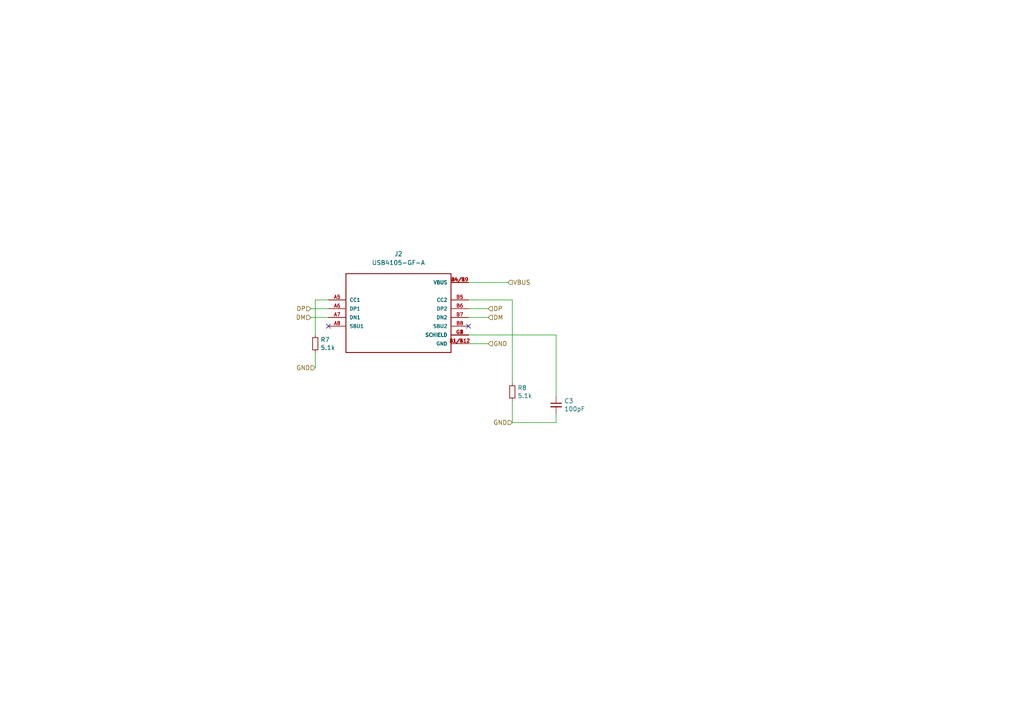
<source format=kicad_sch>
(kicad_sch (version 20230121) (generator eeschema)

  (uuid e7f571ef-60b9-40b5-a160-e53bc75acd5b)

  (paper "A4")

  (lib_symbols
    (symbol "Device:C_Small" (pin_numbers hide) (pin_names (offset 0.254) hide) (in_bom yes) (on_board yes)
      (property "Reference" "C" (at 0.254 1.778 0)
        (effects (font (size 1.27 1.27)) (justify left))
      )
      (property "Value" "C_Small" (at 0.254 -2.032 0)
        (effects (font (size 1.27 1.27)) (justify left))
      )
      (property "Footprint" "" (at 0 0 0)
        (effects (font (size 1.27 1.27)) hide)
      )
      (property "Datasheet" "~" (at 0 0 0)
        (effects (font (size 1.27 1.27)) hide)
      )
      (property "ki_keywords" "capacitor cap" (at 0 0 0)
        (effects (font (size 1.27 1.27)) hide)
      )
      (property "ki_description" "Unpolarized capacitor, small symbol" (at 0 0 0)
        (effects (font (size 1.27 1.27)) hide)
      )
      (property "ki_fp_filters" "C_*" (at 0 0 0)
        (effects (font (size 1.27 1.27)) hide)
      )
      (symbol "C_Small_0_1"
        (polyline
          (pts
            (xy -1.524 -0.508)
            (xy 1.524 -0.508)
          )
          (stroke (width 0.3302) (type default))
          (fill (type none))
        )
        (polyline
          (pts
            (xy -1.524 0.508)
            (xy 1.524 0.508)
          )
          (stroke (width 0.3048) (type default))
          (fill (type none))
        )
      )
      (symbol "C_Small_1_1"
        (pin passive line (at 0 2.54 270) (length 2.032)
          (name "~" (effects (font (size 1.27 1.27))))
          (number "1" (effects (font (size 1.27 1.27))))
        )
        (pin passive line (at 0 -2.54 90) (length 2.032)
          (name "~" (effects (font (size 1.27 1.27))))
          (number "2" (effects (font (size 1.27 1.27))))
        )
      )
    )
    (symbol "Device:R_Small" (pin_numbers hide) (pin_names (offset 0.254) hide) (in_bom yes) (on_board yes)
      (property "Reference" "R" (at 0.762 0.508 0)
        (effects (font (size 1.27 1.27)) (justify left))
      )
      (property "Value" "R_Small" (at 0.762 -1.016 0)
        (effects (font (size 1.27 1.27)) (justify left))
      )
      (property "Footprint" "" (at 0 0 0)
        (effects (font (size 1.27 1.27)) hide)
      )
      (property "Datasheet" "~" (at 0 0 0)
        (effects (font (size 1.27 1.27)) hide)
      )
      (property "ki_keywords" "R resistor" (at 0 0 0)
        (effects (font (size 1.27 1.27)) hide)
      )
      (property "ki_description" "Resistor, small symbol" (at 0 0 0)
        (effects (font (size 1.27 1.27)) hide)
      )
      (property "ki_fp_filters" "R_*" (at 0 0 0)
        (effects (font (size 1.27 1.27)) hide)
      )
      (symbol "R_Small_0_1"
        (rectangle (start -0.762 1.778) (end 0.762 -1.778)
          (stroke (width 0.2032) (type default))
          (fill (type none))
        )
      )
      (symbol "R_Small_1_1"
        (pin passive line (at 0 2.54 270) (length 0.762)
          (name "~" (effects (font (size 1.27 1.27))))
          (number "1" (effects (font (size 1.27 1.27))))
        )
        (pin passive line (at 0 -2.54 90) (length 0.762)
          (name "~" (effects (font (size 1.27 1.27))))
          (number "2" (effects (font (size 1.27 1.27))))
        )
      )
    )
    (symbol "b051:USB4105-GF-A" (pin_names (offset 1.016)) (in_bom yes) (on_board yes)
      (property "Reference" "J2" (at 0 16.9418 0)
        (effects (font (size 1.27 1.27)))
      )
      (property "Value" "USB4105-GF-A" (at 0 14.6304 0)
        (effects (font (size 1.27 1.27)))
      )
      (property "Footprint" "b051:GCT_USB4105-GF-A" (at 0 0 0)
        (effects (font (size 1.27 1.27)) (justify left bottom) hide)
      )
      (property "Datasheet" "" (at 0 0 0)
        (effects (font (size 1.27 1.27)) (justify left bottom) hide)
      )
      (symbol "USB4105-GF-A_0_0"
        (polyline
          (pts
            (xy -15.24 -10.16)
            (xy -15.24 12.7)
          )
          (stroke (width 0.254) (type default))
          (fill (type none))
        )
        (polyline
          (pts
            (xy -15.24 12.7)
            (xy 15.24 12.7)
          )
          (stroke (width 0.254) (type default))
          (fill (type none))
        )
        (polyline
          (pts
            (xy 15.24 -10.16)
            (xy -15.24 -10.16)
          )
          (stroke (width 0.254) (type default))
          (fill (type none))
        )
        (polyline
          (pts
            (xy 15.24 12.7)
            (xy 15.24 -10.16)
          )
          (stroke (width 0.254) (type default))
          (fill (type none))
        )
        (pin power_in line (at 20.32 -7.62 180) (length 5.08)
          (name "GND" (effects (font (size 1.016 1.016))))
          (number "A1/B12" (effects (font (size 1.016 1.016))))
        )
        (pin power_in line (at 20.32 10.16 180) (length 5.08)
          (name "VBUS" (effects (font (size 1.016 1.016))))
          (number "A4/B9" (effects (font (size 1.016 1.016))))
        )
        (pin bidirectional line (at -20.32 5.08 0) (length 5.08)
          (name "CC1" (effects (font (size 1.016 1.016))))
          (number "A5" (effects (font (size 1.016 1.016))))
        )
        (pin bidirectional line (at -20.32 2.54 0) (length 5.08)
          (name "DP1" (effects (font (size 1.016 1.016))))
          (number "A6" (effects (font (size 1.016 1.016))))
        )
        (pin bidirectional line (at -20.32 0 0) (length 5.08)
          (name "DN1" (effects (font (size 1.016 1.016))))
          (number "A7" (effects (font (size 1.016 1.016))))
        )
        (pin bidirectional line (at -20.32 -2.54 0) (length 5.08)
          (name "SBU1" (effects (font (size 1.016 1.016))))
          (number "A8" (effects (font (size 1.016 1.016))))
        )
        (pin power_in line (at 20.32 -7.62 180) (length 5.08)
          (name "GND" (effects (font (size 1.016 1.016))))
          (number "B1/A12" (effects (font (size 1.016 1.016))))
        )
        (pin power_in line (at 20.32 10.16 180) (length 5.08)
          (name "VBUS" (effects (font (size 1.016 1.016))))
          (number "B4/A9" (effects (font (size 1.016 1.016))))
        )
        (pin bidirectional line (at 20.32 5.08 180) (length 5.08)
          (name "CC2" (effects (font (size 1.016 1.016))))
          (number "B5" (effects (font (size 1.016 1.016))))
        )
        (pin bidirectional line (at 20.32 2.54 180) (length 5.08)
          (name "DP2" (effects (font (size 1.016 1.016))))
          (number "B6" (effects (font (size 1.016 1.016))))
        )
        (pin bidirectional line (at 20.32 0 180) (length 5.08)
          (name "DN2" (effects (font (size 1.016 1.016))))
          (number "B7" (effects (font (size 1.016 1.016))))
        )
        (pin bidirectional line (at 20.32 -2.54 180) (length 5.08)
          (name "SBU2" (effects (font (size 1.016 1.016))))
          (number "B8" (effects (font (size 1.016 1.016))))
        )
        (pin power_in line (at 20.32 -5.08 180) (length 5.08)
          (name "SCHIELD" (effects (font (size 1.016 1.016))))
          (number "G1" (effects (font (size 1.016 1.016))))
        )
        (pin power_in line (at 20.32 -5.08 180) (length 5.08)
          (name "SCHIELD" (effects (font (size 1.016 1.016))))
          (number "G2" (effects (font (size 1.016 1.016))))
        )
        (pin power_in line (at 20.32 -5.08 180) (length 5.08)
          (name "SCHIELD" (effects (font (size 1.016 1.016))))
          (number "G3" (effects (font (size 1.016 1.016))))
        )
        (pin power_in line (at 20.32 -5.08 180) (length 5.08)
          (name "SCHIELD" (effects (font (size 1.016 1.016))))
          (number "G4" (effects (font (size 1.016 1.016))))
        )
      )
    )
  )


  (no_connect (at 135.89 94.615) (uuid 013f4ddb-bae1-4a1e-b0e0-b90d4b2af8d4))
  (no_connect (at 95.25 94.615) (uuid ebc12884-6455-43bb-b0c3-6eaf6eba13b4))

  (wire (pts (xy 91.44 97.155) (xy 91.44 86.995))
    (stroke (width 0) (type default))
    (uuid 1141bef3-38a6-4f3d-a6ae-681d438237ab)
  )
  (wire (pts (xy 90.17 92.075) (xy 95.25 92.075))
    (stroke (width 0) (type default))
    (uuid 19088b4c-5179-4b2d-bd90-951c2c7ee5d4)
  )
  (wire (pts (xy 161.29 122.555) (xy 161.29 120.015))
    (stroke (width 0) (type default))
    (uuid 253acd56-ac95-48db-960e-a0fd05c5bc3a)
  )
  (wire (pts (xy 161.29 97.155) (xy 161.29 114.935))
    (stroke (width 0) (type default))
    (uuid 2c413b66-16e8-4969-b660-d9ce075b76b3)
  )
  (wire (pts (xy 148.59 86.995) (xy 148.59 111.125))
    (stroke (width 0) (type default))
    (uuid 30d8abf0-3036-4d47-8dba-57e23a815fbb)
  )
  (wire (pts (xy 91.44 86.995) (xy 95.25 86.995))
    (stroke (width 0) (type default))
    (uuid 339fc8a1-93ba-4d07-9cf9-5e009aa969e0)
  )
  (wire (pts (xy 148.59 122.555) (xy 148.59 116.205))
    (stroke (width 0) (type default))
    (uuid 34e9c7d9-aa59-454a-b873-f9ce7d47febe)
  )
  (wire (pts (xy 135.89 81.915) (xy 147.32 81.915))
    (stroke (width 0) (type default))
    (uuid 38869361-b77a-44d4-9ad2-92c9ed5f2ed7)
  )
  (wire (pts (xy 135.89 89.535) (xy 141.605 89.535))
    (stroke (width 0) (type default))
    (uuid 3b2f544b-379a-46d9-af35-936416e4f119)
  )
  (wire (pts (xy 135.89 92.075) (xy 141.605 92.075))
    (stroke (width 0) (type default))
    (uuid 4180341f-2fad-484c-bd1e-75dc290c7f52)
  )
  (wire (pts (xy 90.17 89.535) (xy 95.25 89.535))
    (stroke (width 0) (type default))
    (uuid 681c6784-28be-4937-ab3e-d891202af966)
  )
  (wire (pts (xy 135.89 99.695) (xy 141.605 99.695))
    (stroke (width 0) (type default))
    (uuid 7500be81-5db7-46fb-b9b2-5b520a25e735)
  )
  (wire (pts (xy 135.89 86.995) (xy 148.59 86.995))
    (stroke (width 0) (type default))
    (uuid a223f811-8103-41f4-bc81-575837386d25)
  )
  (wire (pts (xy 91.44 106.68) (xy 91.44 102.235))
    (stroke (width 0) (type default))
    (uuid b91272df-6c03-498b-9869-d55a47321389)
  )
  (wire (pts (xy 148.59 122.555) (xy 161.29 122.555))
    (stroke (width 0) (type default))
    (uuid bae112c9-3789-4d9a-8446-7317bb02d807)
  )
  (wire (pts (xy 135.89 97.155) (xy 161.29 97.155))
    (stroke (width 0) (type default))
    (uuid e4cf1d6e-ff56-4c85-8905-1964f9e92d2e)
  )

  (hierarchical_label "GND" (shape input) (at 91.44 106.68 180) (fields_autoplaced)
    (effects (font (size 1.27 1.27)) (justify right))
    (uuid 5ab519c9-277f-46e3-af41-179f0fedee6e)
  )
  (hierarchical_label "DP" (shape input) (at 90.17 89.535 180) (fields_autoplaced)
    (effects (font (size 1.27 1.27)) (justify right))
    (uuid 67951460-75ce-4c0f-8a0d-3cfd1611a62a)
  )
  (hierarchical_label "DM" (shape input) (at 141.605 92.075 0) (fields_autoplaced)
    (effects (font (size 1.27 1.27)) (justify left))
    (uuid 83f3ebc1-9a21-4de8-bfdc-d6b549b66a75)
  )
  (hierarchical_label "GND" (shape input) (at 148.59 122.555 180) (fields_autoplaced)
    (effects (font (size 1.27 1.27)) (justify right))
    (uuid 8bf92505-792b-42e2-9deb-c97c3f24ede8)
  )
  (hierarchical_label "DP" (shape input) (at 141.605 89.535 0) (fields_autoplaced)
    (effects (font (size 1.27 1.27)) (justify left))
    (uuid 9fc85a6d-9455-44ef-a1fd-47fe593c116c)
  )
  (hierarchical_label "GND" (shape input) (at 141.605 99.695 0) (fields_autoplaced)
    (effects (font (size 1.27 1.27)) (justify left))
    (uuid cd2f3746-4cab-4a6e-a57e-f6180bc877d0)
  )
  (hierarchical_label "DM" (shape input) (at 90.17 92.075 180) (fields_autoplaced)
    (effects (font (size 1.27 1.27)) (justify right))
    (uuid d50e33c8-a7b5-434a-af49-0a5a3eea3697)
  )
  (hierarchical_label "VBUS" (shape input) (at 147.32 81.915 0) (fields_autoplaced)
    (effects (font (size 1.27 1.27)) (justify left))
    (uuid f4fdaf64-3f0c-401a-b1e3-b6f5313cc8e1)
  )

  (symbol (lib_id "b051:USB4105-GF-A") (at 115.57 92.075 0) (unit 1)
    (in_bom yes) (on_board yes) (dnp no) (fields_autoplaced)
    (uuid 28e78950-9b67-47ac-9064-7b0b9f18defa)
    (property "Reference" "J2" (at 115.57 73.66 0)
      (effects (font (size 1.27 1.27)))
    )
    (property "Value" "USB4105-GF-A" (at 115.57 76.2 0)
      (effects (font (size 1.27 1.27)))
    )
    (property "Footprint" "b051:GCT_USB4105-GF-A" (at 115.57 92.075 0)
      (effects (font (size 1.27 1.27)) (justify left bottom) hide)
    )
    (property "Datasheet" "" (at 115.57 92.075 0)
      (effects (font (size 1.27 1.27)) (justify left bottom) hide)
    )
    (pin "A1/B12" (uuid 123c6e72-af6e-4036-8828-c8481a8828e9))
    (pin "A4/B9" (uuid 66ce5030-c0c9-419d-97c5-3398cb3af3ec))
    (pin "A5" (uuid e2ae27e0-74f3-4818-b78c-ad98bbdd3704))
    (pin "A6" (uuid 6dcd7dd9-6104-41dc-88f5-ece8a642e349))
    (pin "A7" (uuid f5c44b62-6fa0-41f3-8395-0378e56a3cc7))
    (pin "A8" (uuid da6afa6c-19e8-4f07-9b79-6d71e35d8402))
    (pin "B1/A12" (uuid 41721157-3fce-4fd9-a74f-099eaa7e0de7))
    (pin "B4/A9" (uuid 25e766c8-2afc-4f47-a8c5-ca67ce622ce5))
    (pin "B5" (uuid 64ba7491-3096-48e0-ba84-86abbc22dd2e))
    (pin "B6" (uuid a734bda4-bb7d-444f-8daa-26e9f3953f32))
    (pin "B7" (uuid a2722a75-c4c0-424b-8bc2-b7cfe7233ed2))
    (pin "B8" (uuid c848bfe3-6e29-49dd-b947-c298aeb5c0e0))
    (pin "G1" (uuid c01607cb-2180-4b9b-98a8-511234770234))
    (pin "G2" (uuid b8c58641-94ae-418e-96cd-3b737ff6bc03))
    (pin "G3" (uuid 712b57c5-28ee-4d6d-b118-7890d1f942ec))
    (pin "G4" (uuid 4fac6fd1-7471-4cff-8a05-80b3df13e82b))
    (instances
      (project "board"
        (path "/57732dd3-1162-4c3f-88bd-31bf473d124d"
          (reference "J2") (unit 1)
        )
        (path "/57732dd3-1162-4c3f-88bd-31bf473d124d/ff63a22a-1ee8-44d9-9091-eefc453d4baf"
          (reference "J2") (unit 1)
        )
      )
    )
  )

  (symbol (lib_id "Device:R_Small") (at 91.44 99.695 0) (unit 1)
    (in_bom yes) (on_board yes) (dnp no)
    (uuid 31383799-4afc-4899-bb9b-380640eb9b61)
    (property "Reference" "R7" (at 92.9386 98.5266 0)
      (effects (font (size 1.27 1.27)) (justify left))
    )
    (property "Value" "5.1k" (at 92.9386 100.838 0)
      (effects (font (size 1.27 1.27)) (justify left))
    )
    (property "Footprint" "Resistor_SMD:R_0402_1005Metric" (at 91.44 99.695 0)
      (effects (font (size 1.27 1.27)) hide)
    )
    (property "Datasheet" "~" (at 91.44 99.695 0)
      (effects (font (size 1.27 1.27)) hide)
    )
    (pin "1" (uuid 456492e0-63fc-4d18-9067-e97fea139b11))
    (pin "2" (uuid 956c8099-8b94-4495-a89b-cbb263f48956))
    (instances
      (project "board"
        (path "/57732dd3-1162-4c3f-88bd-31bf473d124d"
          (reference "R7") (unit 1)
        )
        (path "/57732dd3-1162-4c3f-88bd-31bf473d124d/ff63a22a-1ee8-44d9-9091-eefc453d4baf"
          (reference "R7") (unit 1)
        )
      )
    )
  )

  (symbol (lib_id "Device:C_Small") (at 161.29 117.475 0) (unit 1)
    (in_bom yes) (on_board yes) (dnp no)
    (uuid 496ab762-4aa0-4d84-81d5-8dacb5d75fab)
    (property "Reference" "C3" (at 163.6268 116.3066 0)
      (effects (font (size 1.27 1.27)) (justify left))
    )
    (property "Value" "100pF" (at 163.6268 118.618 0)
      (effects (font (size 1.27 1.27)) (justify left))
    )
    (property "Footprint" "Capacitor_SMD:C_0402_1005Metric" (at 161.29 117.475 0)
      (effects (font (size 1.27 1.27)) hide)
    )
    (property "Datasheet" "~" (at 161.29 117.475 0)
      (effects (font (size 1.27 1.27)) hide)
    )
    (pin "1" (uuid f8686c55-058e-4ac3-886f-a473ee921866))
    (pin "2" (uuid c14070f8-3557-4d4b-afa0-c59df7f28ed4))
    (instances
      (project "board"
        (path "/57732dd3-1162-4c3f-88bd-31bf473d124d"
          (reference "C3") (unit 1)
        )
        (path "/57732dd3-1162-4c3f-88bd-31bf473d124d/ff63a22a-1ee8-44d9-9091-eefc453d4baf"
          (reference "C3") (unit 1)
        )
      )
    )
  )

  (symbol (lib_id "Device:R_Small") (at 148.59 113.665 0) (unit 1)
    (in_bom yes) (on_board yes) (dnp no)
    (uuid a6edb4e0-24e6-419d-83d8-2540c2eca24c)
    (property "Reference" "R8" (at 150.0886 112.4966 0)
      (effects (font (size 1.27 1.27)) (justify left))
    )
    (property "Value" "5.1k" (at 150.0886 114.808 0)
      (effects (font (size 1.27 1.27)) (justify left))
    )
    (property "Footprint" "Resistor_SMD:R_0402_1005Metric" (at 148.59 113.665 0)
      (effects (font (size 1.27 1.27)) hide)
    )
    (property "Datasheet" "~" (at 148.59 113.665 0)
      (effects (font (size 1.27 1.27)) hide)
    )
    (pin "1" (uuid 1f7457c4-7d51-44d8-afe5-69a34778a165))
    (pin "2" (uuid c7661c65-ffaa-4c03-95f3-48310958cff5))
    (instances
      (project "board"
        (path "/57732dd3-1162-4c3f-88bd-31bf473d124d"
          (reference "R8") (unit 1)
        )
        (path "/57732dd3-1162-4c3f-88bd-31bf473d124d/ff63a22a-1ee8-44d9-9091-eefc453d4baf"
          (reference "R8") (unit 1)
        )
      )
    )
  )
)

</source>
